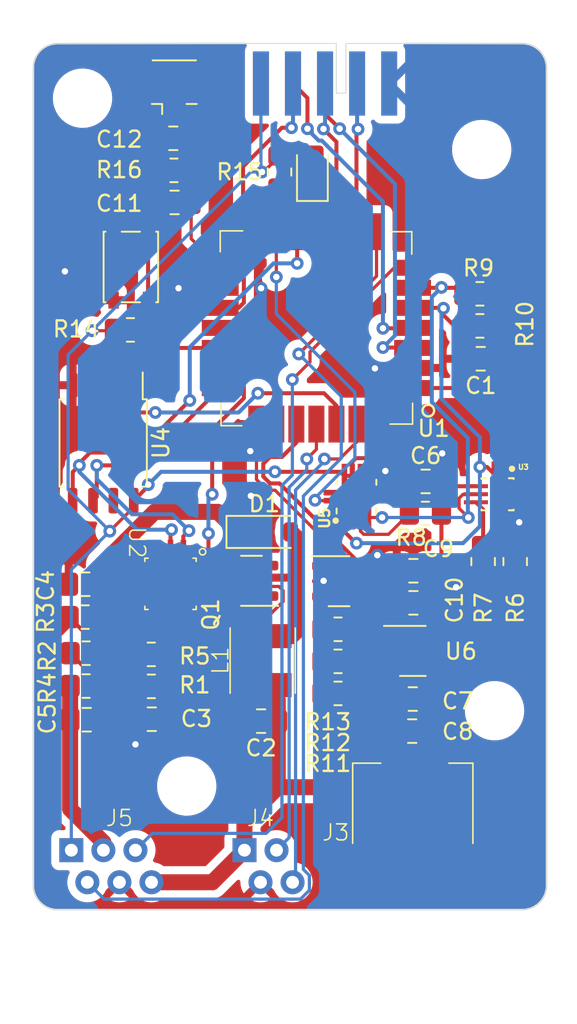
<source format=kicad_pcb>
(kicad_pcb (version 20221018) (generator pcbnew)
  (layers (0 "F.Cu" signal) (31 "B.Cu" signal) (34 "B.Paste" user) (35 "F.Paste" user) (36 "B.SilkS" user "B.Silkscreen") (37 "F.SilkS" user "F.Silkscreen") (38 "B.Mask" user) (39 "F.Mask" user) (44 "Edge.Cuts" user))
  (net 0 "")
  (net 1 "/3v3")
  (net 2 "GND")
  (net 3 "/V_BAT")
  (net 4 "Net-(C3-Pad1)")
  (net 5 "Net-(D1-K)")
  (net 6 "/SiPM_Bias")
  (net 7 "Net-(U5-C1)")
  (net 8 "/ANT")
  (net 9 "Net-(J2-In)")
  (net 10 "Net-(D1-A)")
  (net 11 "/Status_LED")
  (net 12 "Net-(D2-A)")
  (net 13 "/Stim_Enable")
  (net 14 "/Anneal_Enable")
  (net 15 "/SiPM_Temp")
  (net 16 "/SiPM_Signal")
  (net 19 "/SWDIO")
  (net 20 "/SWCLK")
  (net 22 "/USB_RX")
  (net 23 "/USB_TX")
  (net 24 "/RST")
  (net 25 "Net-(Q1-G)")
  (net 26 "/Battery_Monitor_Enable")
  (net 27 "Net-(Q2-D)")
  (net 28 "Net-(U2-COMP)")
  (net 29 "Net-(U2-DACOUT)")
  (net 30 "Net-(U2-FB)")
  (net 31 "Net-(U3-~{CS})")
  (net 32 "Net-(U3-SDO{slash}DNC{slash}SA0)")
  (net 33 "Net-(U5-CS_MAG)")
  (net 34 "/SCL")
  (net 35 "/SDA")
  (net 36 "Net-(R11-Pad2)")
  (net 37 "/Battery_Monitor")
  (net 38 "/MOSI")
  (net 39 "/ACCEL_INT")
  (net 41 "/SCK")
  (net 42 "/Memory_CS")
  (net 43 "/MISO")
  (net 44 "/Bias_CS")
  (footprint "Resistor_SMD:R_0805_2012Metric_Pad1.20x1.40mm_HandSolder" (layer "F.Cu") (at 61.45625 131.53125)
    (fp_text reference "R1")
    (fp_text value "4.02k")
  )
  (footprint "Resistor_SMD:R_0805_2012Metric_Pad1.20x1.40mm_HandSolder" (layer "F.Cu") (at 60.15 109.3 180)
    (fp_text reference "R14")
    (fp_text value "1k")
  )
  (footprint "Button_Switch_SMD:SW_SPST_PTS810" (layer "F.Cu") (at 60.175 105.375 -90)
    (fp_text reference "SW1" hide)
    (fp_text value "SW_Push")
  )
  (footprint "Resistor_SMD:R_0805_2012Metric_Pad1.20x1.40mm_HandSolder" (layer "F.Cu") (at 69.45 99.45 90)
    (fp_text reference "R15")
    (fp_text value "1k")
  )
  (footprint "Resistor_SMD:R_0805_2012Metric_Pad1.20x1.40mm_HandSolder" (layer "F.Cu") (at 82.15 123.75 -90)
    (fp_text reference "R7")
    (fp_text value "10k")
  )
  (footprint "Library:bmp390_handsolder" (layer "F.Cu") (at 83.05 119.55)
    (fp_text reference "U3")
    (fp_text value "BMP390L")
  )
  (footprint "Connector_Coaxial:U.FL_Hirose_U.FL-R-SMT-1_Vertical" (layer "F.Cu") (at 62.8875 94.325 90)
    (fp_text reference "J2" hide)
    (fp_text value "Conn_Coaxial")
  )
  (footprint "LoRa-E5:LoRa-E5" (layer "F.Cu") (at 71.75 109.175 180)
    (fp_text reference "U1")
    (fp_text value "LoRa-E5")
  )
  (footprint "Package_SO:SOIC-8_5.23x5.23mm_P1.27mm" (layer "F.Cu") (at 58.45 116.35 -90)
    (fp_text reference "U4")
    (fp_text value "W25Q32JVSS")
  )
  (footprint "Resistor_SMD:R_0805_2012Metric_Pad1.20x1.40mm_HandSolder" (layer "F.Cu") (at 57.3875 131.5125)
    (fp_text reference "R4")
    (fp_text value "205k")
  )
  (footprint "Capacitor_SMD:C_0805_2012Metric_Pad1.18x1.45mm_HandSolder" (layer "F.Cu") (at 77.8 126.32212 180)
    (fp_text reference "C10")
    (fp_text value "100n")
  )
  (footprint "Capacitor_SMD:C_0805_2012Metric_Pad1.18x1.45mm_HandSolder" (layer "F.Cu") (at 62.9 101.35 180)
    (fp_text reference "C11")
    (fp_text value "DNP")
  )
  (footprint "Library:MAX1932_handsolder" (layer "F.Cu") (at 62.65 125.1375 -90)
    (fp_text reference "U2")
    (fp_text value "MAX1932")
  )
  (footprint "Capacitor_SMD:C_0805_2012Metric_Pad1.18x1.45mm_HandSolder" (layer "F.Cu") (at 62.825 97.35)
    (fp_text reference "C12")
    (fp_text value "DNP")
  )
  (footprint "Resistor_SMD:R_0805_2012Metric_Pad1.20x1.40mm_HandSolder" (layer "F.Cu") (at 57.3875 129.4625 180)
    (fp_text reference "R2")
    (fp_text value "32.4k")
  )
  (footprint "Resistor_SMD:R_0805_2012Metric_Pad1.20x1.40mm_HandSolder" (layer "F.Cu") (at 81.95 109.05)
    (fp_text reference "R9")
    (fp_text value "4.7k")
  )
  (footprint "Capacitor_SMD:C_0805_2012Metric_Pad1.18x1.45mm_HandSolder" (layer "F.Cu") (at 57.3375 125.1625 180)
    (fp_text reference "C4")
    (fp_text value "0.01u")
  )
  (footprint "Library:SRN4026" (layer "F.Cu") (at 68.4 129.925 90)
    (fp_text reference "L1")
    (fp_text value "150uH")
  )
  (footprint "Resistor_SMD:R_0805_2012Metric_Pad1.20x1.40mm_HandSolder" (layer "F.Cu") (at 84.15 123.75 -90)
    (fp_text reference "R6")
    (fp_text value "10k")
  )
  (footprint "Resistor_SMD:R_0805_2012Metric_Pad1.20x1.40mm_HandSolder" (layer "F.Cu") (at 61.45 129.5375)
    (fp_text reference "R5")
    (fp_text value "10k")
  )
  (footprint "Resistor_SMD:R_0805_2012Metric_Pad1.20x1.40mm_HandSolder" (layer "F.Cu") (at 73.1 129.97212)
    (fp_text reference "R12")
    (fp_text value "10k")
  )
  (footprint "Library:STLINK-V3MINIE" (layer "F.Cu") (at 72.29 93.935)
    (fp_text reference "J8" hide)
    (fp_text value "Conn_02x05_Top_Bottom" hide)
    (fp_line (start 0.7 -2.5) (end -5 -2.5) (stroke (width 0.05)) (layer "Edge.Cuts"))
    (fp_line (start 0.7 0.6) (end 0.7 -2.5) (stroke (width 0.05)) (layer "Edge.Cuts"))
    (fp_line (start 1.3 -2.5) (end 1.3 0.6) (stroke (width 0.05)) (layer "Edge.Cuts"))
    (fp_line (start 1.3 -2.5) (end 5 -2.5) (stroke (width 0.05)) (layer "Edge.Cuts"))
    (fp_line (start 1.3 0.6) (end 0.7 0.6) (stroke (width 0.05)) (layer "Edge.Cuts"))
  )
  (footprint "Library:lsm303_handsolder" (layer "F.Cu") (at 74.25 119.7 90)
    (fp_text reference "U5")
    (fp_text value "LSM303AGR")
  )
  (footprint "Capacitor_SMD:C_0805_2012Metric_Pad1.18x1.45mm_HandSolder" (layer "F.Cu") (at 77.7625 132.32212)
    (fp_text reference "C7")
    (fp_text value "10u")
  )
  (footprint "Library:SLW6S-1C7LF" (layer "F.Cu") (at 59.4625 142.75)
    (fp_text reference "J5")
    (fp_text value "Conn_01x06_Pin")
  )
  (footprint "Capacitor_SMD:C_0805_2012Metric_Pad1.18x1.45mm_HandSolder" (layer "F.Cu") (at 77.725 134.32212)
    (fp_text reference "C8")
    (fp_text value "100n")
  )
  (footprint "Library:SLW4S-1C7LF" (layer "F.Cu") (at 69.2625 142.75)
    (fp_text reference "J4")
    (fp_text value "Conn_01x04_Pin")
  )
  (footprint "Resistor_SMD:R_0805_2012Metric_Pad1.20x1.40mm_HandSolder" (layer "F.Cu") (at 73.1 127.97212 180)
    (fp_text reference "R13")
    (fp_text value "100")
  )
  (footprint "Package_TO_SOT_SMD:SOT-23-5" (layer "F.Cu") (at 77.7625 129.32212)
    (fp_text reference "U6")
    (fp_text value "AP2112K-3.3")
  )
  (footprint "MountingHole:MountingHole_3.2mm_M3_DIN965" (layer "F.Cu") (at 82.8625 133.05)
    (fp_text reference "H3" hide)
    (fp_text value "MountingHole")
  )
  (footprint "Capacitor_SMD:C_0805_2012Metric_Pad1.18x1.45mm_HandSolder" (layer "F.Cu") (at 68.3 133.7 180)
    (fp_text reference "C2")
    (fp_text value "4.7u")
  )
  (footprint "Capacitor_SMD:C_0805_2012Metric_Pad1.18x1.45mm_HandSolder" (layer "F.Cu") (at 78.5625 118.75)
    (fp_text reference "C6")
    (fp_text value "220n")
  )
  (footprint "Resistor_SMD:R_0805_2012Metric_Pad1.20x1.40mm_HandSolder" (layer "F.Cu") (at 57.325 127.2125 180)
    (fp_text reference "R3")
    (fp_text value "2.0k")
  )
  (footprint "Package_TO_SOT_SMD:SOT-23" (layer "F.Cu") (at 67.7 124.95 180)
    (fp_text reference "Q1")
    (fp_text value "BSS119")
  )
  (footprint "Capacitor_SMD:C_0805_2012Metric_Pad1.18x1.45mm_HandSolder" (layer "F.Cu") (at 82 111.1 180)
    (fp_text reference "C1")
    (fp_text value "4.7u")
  )
  (footprint "Library:JST-PH-RH-SM" (layer "F.Cu") (at 77.7625 137.82212)
    (fp_text reference "J3")
    (fp_text value "Conn_01x02_Pin")
  )
  (footprint "Capacitor_SMD:C_0805_2012Metric_Pad1.18x1.45mm_HandSolder" (layer "F.Cu") (at 57.425 133.6125)
    (fp_text reference "C5")
    (fp_text value "0.01u")
  )
  (footprint "Resistor_SMD:R_0805_2012Metric_Pad1.20x1.40mm_HandSolder" (layer "F.Cu") (at 78.55 120.75)
    (fp_text reference "R8")
    (fp_text value "10k")
  )
  (footprint "MountingHole:MountingHole_3.2mm_M3_DIN965" (layer "F.Cu") (at 63.6625 137.75)
    (fp_text reference "H4" hide)
    (fp_text value "MountingHole")
  )
  (footprint "MountingHole:MountingHole_3.2mm_M3_DIN965" (layer "F.Cu") (at 82.0625 98.05)
    (fp_text reference "H1" hide)
    (fp_text value "MountingHole")
  )
  (footprint "Resistor_SMD:R_0805_2012Metric_Pad1.20x1.40mm_HandSolder" (layer "F.Cu") (at 62.8625 99.35)
    (fp_text reference "R16")
    (fp_text value "0R")
  )
  (footprint "Capacitor_SMD:C_0805_2012Metric_Pad1.18x1.45mm_HandSolder" (layer "F.Cu") (at 77.8 124.32212 180)
    (fp_text reference "C9")
    (fp_text value "10u")
  )
  (footprint "Diode_SMD:D_SOD-123" (layer "F.Cu") (at 68.5 121.9)
    (fp_text reference "D1")
    (fp_text value "CDBW46-G")
  )
  (footprint "MountingHole:MountingHole_3.2mm_M3_DIN965" (layer "F.Cu") (at 57.1625 94.85)
    (fp_text reference "H2" hide)
    (fp_text value "MountingHole")
  )
  (footprint "Resistor_SMD:R_0805_2012Metric_Pad1.20x1.40mm_HandSolder" (layer "F.Cu") (at 73.1 131.97212 180)
    (fp_text reference "R11")
    (fp_text value "10k")
  )
  (footprint "LED_SMD:LED_0805_2012Metric_Pad1.15x1.40mm_HandSolder" (layer "F.Cu") (at 71.5 99.4 90)
    (fp_text reference "D2" hide)
    (fp_text value "LED")
  )
  (footprint "Resistor_SMD:R_0805_2012Metric_Pad1.20x1.40mm_HandSolder" (layer "F.Cu") (at 81.95 107.05)
    (fp_text reference "R10")
    (fp_text value "4.7k")
  )
  (footprint "Package_TO_SOT_SMD:SOT-23" (layer "F.Cu") (at 73.1625 124.97212)
    (fp_text reference "Q2" hide)
    (fp_text value "BSS119")
  )
  (footprint "Capacitor_SMD:C_0805_2012Metric_Pad1.18x1.45mm_HandSolder" (layer "F.Cu") (at 61.48125 133.58125 180)
    (fp_text reference "C3")
    (fp_text value "1u")
  )
  (gr_line (start 86.1 92.95) (end 86.100001 143.950001) (stroke (width 0.1)) (layer "Edge.Cuts"))
  (gr_arc (start 54.1 92.95) (mid 54.53934 91.88934) (end 55.6 91.45) (stroke (width 0.1)) (layer "Edge.Cuts"))
  (gr_line (start 54.1 143.95) (end 54.1 92.95) (stroke (width 0.1)) (layer "Edge.Cuts"))
  (gr_arc (start 55.6 145.45) (mid 54.53934 145.01066) (end 54.1 143.95) (stroke (width 0.1)) (layer "Edge.Cuts"))
  (gr_line (start 55.6 145.45) (end 84.600001 145.450001) (stroke (width 0.1)) (layer "Edge.Cuts"))
  (gr_line (start 67.29 91.435) (end 55.6 91.45) (stroke (width 0.1)) (layer "Edge.Cuts"))
  (gr_line (start 77.29 91.435) (end 84.6 91.45) (stroke (width 0.1)) (layer "Edge.Cuts"))
  (gr_arc (start 84.6 91.45) (mid 85.66066 91.88934) (end 86.1 92.95) (stroke (width 0.1)) (layer "Edge.Cuts"))
  (gr_arc (start 86.100001 143.950001) (mid 85.660661 145.010661) (end 84.600001 145.450001) (stroke (width 0.1)) (layer "Edge.Cuts"))
  (segment (start 68.45 99.45) (end 69.45 98.45) (width 0.2) (layer "F.Cu") (net 1))
  (segment (start 73.5 118.4) (end 73.25 118.15) (width 0.25) (layer "F.Cu") (net 1))
  (segment (start 60.355 120.3575) (end 60.355 119.95) (width 0.2) (layer "F.Cu") (net 1))
  (segment (start 78.8375 128.30962) (end 78.9 128.37212) (width 0.25) (layer "F.Cu") (net 1))
  (segment (start 78.6875 118.0375) (end 78.6875 119.8875) (width 0.25) (layer "F.Cu") (net 1))
  (segment (start 78.6875 119.8875) (end 79.55 120.75) (width 0.25) (layer "F.Cu") (net 1))
  (segment (start 77.75 117.3) (end 77.95 117.3) (width 0.25) (layer "F.Cu") (net 1))
  (segment (start 82.95 107.05) (end 82.95 109.05) (width 0.25) (layer "F.Cu") (net 1))
  (segment (start 61.2625 119.0425) (end 60.355 119.95) (width 0.25) (layer "F.Cu") (net 1))
  (segment (start 84.4 119.05) (end 85.199264 119.05) (width 0.2) (layer "F.Cu") (net 1))
  (segment (start 73.9875 117.52788) (end 74.21538 117.3) (width 0.25) (layer "F.Cu") (net 1))
  (segment (start 61.2625 118.95) (end 61.2625 119.0425) (width 0.25) (layer "F.Cu") (net 1))
  (segment (start 78.8375 124.32212) (end 79.55 124.32212) (width 0.25) (layer "F.Cu") (net 1))
  (segment (start 82.15 124.75) (end 84.15 124.75) (width 0.25) (layer "F.Cu") (net 1))
  (segment (start 77.75 112.925) (end 77.75 117.3) (width 0.25) (layer "F.Cu") (net 1))
  (segment (start 78.8375 124.32212) (end 78.8375 126.32212) (width 0.25) (layer "F.Cu") (net 1))
  (segment (start 85.199264 119.05) (end 85.45 119.300736) (width 0.2) (layer "F.Cu") (net 1))
  (segment (start 85.45 119.300736) (end 85.45 123.45) (width 0.2) (layer "F.Cu") (net 1))
  (segment (start 82.95 109.05) (end 82.95 111.0125) (width 0.25) (layer "F.Cu") (net 1))
  (segment (start 79.55 124.32212) (end 81.72212 124.32212) (width 0.25) (layer "F.Cu") (net 1))
  (segment (start 74.21538 117.3) (end 77.75 117.3) (width 0.25) (layer "F.Cu") (net 1))
  (segment (start 73.9875 118.4) (end 73.9875 117.52788) (width 0.25) (layer "F.Cu") (net 1))
  (segment (start 73.5 118.4) (end 73.9875 118.4) (width 0.25) (layer "F.Cu") (net 1))
  (segment (start 81.72212 124.32212) (end 82.15 124.75) (width 0.25) (layer "F.Cu") (net 1))
  (segment (start 83.0375 111.1) (end 81.2125 112.925) (width 0.25) (layer "F.Cu") (net 1))
  (segment (start 73.25 118.15) (end 69.1625 118.15) (width 0.25) (layer "F.Cu") (net 1))
  (segment (start 84.4 119.05) (end 84.1 119.05) (width 0.2) (layer "F.Cu") (net 1))
  (segment (start 59.1 109.35) (end 59.15 109.3) (width 0.2) (layer "F.Cu") (net 1))
  (segment (start 84.1 119.05) (end 83.3 118.25) (width 0.2) (layer "F.Cu") (net 1))
  (segment (start 78.8375 126.32212) (end 78.8375 128.30962) (width 0.25) (layer "F.Cu") (net 1))
  (segment (start 77.95 117.3) (end 78.6875 118.0375) (width 0.25) (layer "F.Cu") (net 1))
  (segment (start 85.45 123.45) (end 84.15 124.75) (width 0.2) (layer "F.Cu") (net 1))
  (segment (start 68.3625 99.45) (end 68.45 99.45) (width 0.2) (layer "F.Cu") (net 1))
  (segment (start 57.7625 109.35) (end 59.1 109.35) (width 0.2) (layer "F.Cu") (net 1))
  (segment (start 58.8625 121.85) (end 60.355 120.3575) (width 0.2) (layer "F.Cu") (net 1))
  (segment (start 82.95 111.0125) (end 83.0375 111.1) (width 0.25) (layer "F.Cu") (net 1))
  (segment (start 79.55 120.75) (end 79.55 124.32212) (width 0.25) (layer "F.Cu") (net 1))
  (segment (start 81.2125 112.925) (end 77.75 112.925) (width 0.25) (layer "F.Cu") (net 1))
  (via (at 68.3625 99.45) (size 0.8) (drill 0.4) (layers "F.Cu" "B.Cu") (net 1))
  (via (at 69.1625 118.15) (size 0.8) (drill 0.4) (layers "F.Cu" "B.Cu") (net 1))
  (via (at 57.7625 109.35) (size 0.8) (drill 0.4) (layers "F.Cu" "B.Cu") (net 1))
  (via (at 58.8625 121.85) (size 0.8) (drill 0.4) (layers "F.Cu" "B.Cu") (net 1))
  (via (at 61.2625 118.95) (size 0.8) (drill 0.4) (layers "F.Cu" "B.Cu") (net 1))
  (segment (start 67.6625 99.45) (end 68.3625 99.45) (width 0.2) (layer "B.Cu") (net 1))
  (segment (start 56.4625 124.25) (end 56.4625 141.75) (width 0.2) (layer "B.Cu") (net 1))
  (segment (start 62.0625 118.15) (end 61.2625 118.95) (width 0.25) (layer "B.Cu") (net 1))
  (segment (start 58.8625 121.85) (end 56.2625 119.25) (width 0.2) (layer "B.Cu") (net 1))
  (segment (start 57.7625 109.35) (end 67.6625 99.45) (width 0.2) (layer "B.Cu") (net 1))
  (segment (start 68.29 93.935) (end 68.29 99.3775) (width 0.2) (layer "B.Cu") (net 1))
  (segment (start 56.2625 119.25) (end 56.2625 110.85) (width 0.2) (layer "B.Cu") (net 1))
  (segment (start 58.8625 121.85) (end 56.4625 124.25) (width 0.2) (layer "B.Cu") (net 1))
  (segment (start 69.1625 118.15) (end 62.0625 118.15) (width 0.25) (layer "B.Cu") (net 1))
  (segment (start 68.29 99.3775) (end 68.3625 99.45) (width 0.2) (layer "B.Cu") (net 1))
  (segment (start 56.2625 110.85) (end 57.7625 109.35) (width 0.2) (layer "B.Cu") (net 1))
  (segment (start 84.4 119.55) (end 84.4 120.05) (width 0.25) (layer "F.Cu") (net 2))
  (segment (start 63.45 125.9375) (end 63.45 127.1375) (width 0.25) (layer "F.Cu") (net 2))
  (segment (start 75.55 119.45) (end 74.700736 119.45) (width 0.2) (layer "F.Cu") (net 2))
  (segment (start 79.9 119.05) (end 79.6 118.75) (width 0.25) (layer "F.Cu") (net 2))
  (segment (start 60.44375 133.58125) (end 60.44375 133.54375) (width 0.25) (layer "F.Cu") (net 2))
  (segment (start 84.4 120.05) (end 84.4 121) (width 0.25) (layer "F.Cu") (net 2))
  (segment (start 76.05 118.1) (end 76.05 118.95) (width 0.25) (layer "F.Cu") (net 2))
  (segment (start 74.700736 119.45) (end 74.5 119.249264) (width 0.2) (layer "F.Cu") (net 2))
  (segment (start 81.7 119.05) (end 79.9 119.05) (width 0.25) (layer "F.Cu") (net 2))
  (segment (start 74.5 119.249264) (end 74.5 118.4) (width 0.2) (layer "F.Cu") (net 2))
  (segment (start 76.05 118.95) (end 75.55 119.45) (width 0.25) (layer "F.Cu") (net 2))
  (segment (start 76.7625 124.32212) (end 76.7625 126.32212) (width 0.25) (layer "F.Cu") (net 2))
  (segment (start 62.65 125.1375) (end 63.45 125.9375) (width 0.25) (layer "F.Cu") (net 2))
  (via (at 56.0625 105.65) (size 0.8) (drill 0.4) (layers "F.Cu" "B.Cu") (net 2))
  (via (at 80.4625 125.35) (size 0.8) (drill 0.4) (layers "F.Cu" "B.Cu") (net 2))
  (via (at 75.4 111.7) (size 0.8) (drill 0.4) (layers "F.Cu" "B.Cu") (net 2))
  (via (at 67.6625 119.65) (size 0.8) (drill 0.4) (layers "F.Cu" "B.Cu") (net 2))
  (via (at 68.3 106.7) (size 0.8) (drill 0.4) (layers "F.Cu" "B.Cu") (net 2))
  (via (at 60.4625 135.15) (size 0.8) (drill 0.4) (layers "F.Cu" "B.Cu") (net 2))
  (via (at 75.55 123.35) (size 0.8) (drill 0.4) (layers "F.Cu" "B.Cu") (net 2))
  (via (at 72.2 124.95) (size 0.8) (drill 0.4) (layers "F.Cu" "B.Cu") (net 2))
  (via (at 63.15 106.7) (size 0.8) (drill 0.4) (layers "F.Cu" "B.Cu") (net 2))
  (via (at 76.05 118.1) (size 0.8) (drill 0.4) (layers "F.Cu" "B.Cu") (net 2))
  (via (at 67.624258 116.860856) (size 0.8) (drill 0.4) (layers "F.Cu" "B.Cu") (net 2))
  (via (at 79.6 117) (size 0.8) (drill 0.4) (layers "F.Cu" "B.Cu") (net 2))
  (via (at 84.4 121.3) (size 0.8) (drill 0.4) (layers "F.Cu" "B.Cu") (net 2))
  (segment (start 69.3375 133.7) (end 69.3375 132.3875) (width 1) (layer "F.Cu") (net 3))
  (segment (start 65.201104 125.1375) (end 65.627208 125.563604) (width 0.2) (layer "F.Cu") (net 3))
  (segment (start 76.17212 130.27212) (end 76.625 130.27212) (width 0.25) (layer "F.Cu") (net 3))
  (segment (start 75.6375 128.69712) (end 75.6375 129.7375) (width 0.25) (layer "F.Cu") (net 3))
  (segment (start 74.1 131.97212) (end 76.375 131.97212) (width 0.25) (layer "F.Cu") (net 3))
  (segment (start 69.3375 137.80962) (end 69.35 137.82212) (width 1) (layer "F.Cu") (net 3))
  (segment (start 66.475736 127.35) (end 66.3 127.525736) (width 0.2) (layer "F.Cu") (net 3))
  (segment (start 76.625 128.37212) (end 75.9625 128.37212) (width 0.25) (layer "F.Cu") (net 3))
  (segment (start 69.675 125.563604) (end 69.675 126.236396) (width 0.2) (layer "F.Cu") (net 3))
  (segment (start 65.627208 125.563604) (end 67.6 125.563604) (width 0.2) (layer "F.Cu") (net 3))
  (segment (start 76.6875 137.74712) (end 76.7625 137.82212) (width 0.25) (layer "F.Cu") (net 3))
  (segment (start 64.65 125.1375) (end 65.201104 125.1375) (width 0.2) (layer "F.Cu") (net 3))
  (segment (start 75.9625 128.37212) (end 75.6375 128.69712) (width 0.25) (layer "F.Cu") (net 3))
  (segment (start 69.3375 132.3875) (end 68.4 131.45) (width 1) (layer "F.Cu") (net 3))
  (segment (start 66.3 129.35) (end 68.4 131.45) (width 0.2) (layer "F.Cu") (net 3))
  (segment (start 76.625 130.27212) (end 76.625 132.22212) (width 0.25) (layer "F.Cu") (net 3))
  (segment (start 69.675 126.236396) (end 68.561396 127.35) (width 0.2) (layer "F.Cu") (net 3))
  (segment (start 76.7625 137.82212) (end 69.35 137.82212) (width 1) (layer "F.Cu") (net 3))
  (segment (start 67.863604 125.3) (end 69.411396 125.3) (width 0.2) (layer "F.Cu") (net 3))
  (segment (start 69.411396 125.3) (end 69.675 125.563604) (width 0.2) (layer "F.Cu") (net 3))
  (segment (start 76.625 132.22212) (end 76.725 132.32212) (width 0.25) (layer "F.Cu") (net 3))
  (segment (start 75.6375 129.7375) (end 76.17212 130.27212) (width 0.25) (layer "F.Cu") (net 3))
  (segment (start 68.561396 127.35) (end 66.475736 127.35) (width 0.2) (layer "F.Cu") (net 3))
  (segment (start 67.2625 141.75) (end 67.2625 139.90962) (width 1) (layer "F.Cu") (net 3))
  (segment (start 61.4625 143.75) (end 65.2625 143.75) (width 1) (layer "F.Cu") (net 3))
  (segment (start 69.3375 133.7) (end 69.3375 137.80962) (width 1) (layer "F.Cu") (net 3))
  (segment (start 76.725 132.32212) (end 76.725 134.28462) (width 0.25) (layer "F.Cu") (net 3))
  (segment (start 76.6875 134.32212) (end 76.6875 137.74712) (width 0.25) (layer "F.Cu") (net 3))
  (segment (start 76.725 134.28462) (end 76.6875 134.32212) (width 0.25) (layer "F.Cu") (net 3))
  (segment (start 67.6 125.563604) (end 67.863604 125.3) (width 0.2) (layer "F.Cu") (net 3))
  (segment (start 66.3 127.525736) (end 66.3 129.35) (width 0.2) (layer "F.Cu") (net 3))
  (segment (start 76.375 131.97212) (end 76.725 132.32212) (width 0.25) (layer "F.Cu") (net 3))
  (segment (start 67.2625 139.90962) (end 69.35 137.82212) (width 1) (layer "F.Cu") (net 3))
  (segment (start 65.2625 143.75) (end 67.2625 141.75) (width 1) (layer "F.Cu") (net 3))
  (segment (start 60.46875 131.53125) (end 62.51875 133.58125) (width 0.25) (layer "F.Cu") (net 4))
  (segment (start 60.45625 131.53125) (end 60.46875 131.53125) (width 0.25) (layer "F.Cu") (net 4))
  (segment (start 58.375 125.1625) (end 58.375 127.1625) (width 1) (layer "F.Cu") (net 5))
  (segment (start 65.6 120.65) (end 66.85 121.9) (width 1) (layer "F.Cu") (net 5))
  (segment (start 58.375 123.932082) (end 59.303541 123.003541) (width 1) (layer "F.Cu") (net 5))
  (segment (start 59.316041 123.003541) (end 59.303541 123.003541) (width 0.2) (layer "F.Cu") (net 5))
  (segment (start 59.85 122.457082) (end 59.85 122.45) (width 1) (layer "F.Cu") (net 5))
  (segment (start 59.85 122.45) (end 59.857082 122.45) (width 1) (layer "F.Cu") (net 5))
  (segment (start 58.375 127.1625) (end 58.325 127.2125) (width 1) (layer "F.Cu") (net 5))
  (segment (start 60.65 124.3375) (end 59.316041 123.003541) (width 0.2) (layer "F.Cu") (net 5))
  (segment (start 59.303541 123.003541) (end 59.85 122.457082) (width 1) (layer "F.Cu") (net 5))
  (segment (start 59.857082 122.45) (end 61.657082 120.65) (width 1) (layer "F.Cu") (net 5))
  (segment (start 58.375 125.1625) (end 58.375 123.932082) (width 1) (layer "F.Cu") (net 5))
  (segment (start 61.657082 120.65) (end 65.6 120.65) (width 1) (layer "F.Cu") (net 5))
  (segment (start 60.65 125.1375) (end 60.06538 125.1375) (width 0.25) (layer "F.Cu") (net 6))
  (segment (start 60.06538 125.1375) (end 59.25 125.95288) (width 0.25) (layer "F.Cu") (net 6))
  (segment (start 58.976104 128.2375) (end 57.35 128.2375) (width 0.25) (layer "F.Cu") (net 6))
  (segment (start 55.0875 130.8125) (end 55.0875 128.45) (width 1) (layer "F.Cu") (net 6))
  (segment (start 55.7875 131.5125) (end 55.0875 130.8125) (width 1) (layer "F.Cu") (net 6))
  (segment (start 56.3875 139.18505) (end 58.4625 141.26005) (width 1) (layer "F.Cu") (net 6))
  (segment (start 57.35 128.2375) (end 56.325 127.2125) (width 0.25) (layer "F.Cu") (net 6))
  (segment (start 58.4625 141.26005) (end 58.4625 141.75) (width 1) (layer "F.Cu") (net 6))
  (segment (start 56.3875 131.5125) (end 55.7875 131.5125) (width 1) (layer "F.Cu") (net 6))
  (segment (start 59.25 127.963604) (end 58.976104 128.2375) (width 0.25) (layer "F.Cu") (net 6))
  (segment (start 56.3875 133.6125) (end 56.3875 131.5125) (width 1) (layer "F.Cu") (net 6))
  (segment (start 55.0875 128.45) (end 56.325 127.2125) (width 1) (layer "F.Cu") (net 6))
  (segment (start 56.3875 133.6125) (end 56.3875 139.18505) (width 1) (layer "F.Cu") (net 6))
  (segment (start 59.25 125.95288) (end 59.25 127.963604) (width 0.25) (layer "F.Cu") (net 6))
  (segment (start 76.43462 119.95) (end 77.525 118.85962) (width 0.25) (layer "F.Cu") (net 7))
  (segment (start 77.525 118.85962) (end 77.525 118.75) (width 0.25) (layer "F.Cu") (net 7))
  (segment (start 75.55 119.95) (end 76.43462 119.95) (width 0.25) (layer "F.Cu") (net 7))
  (segment (start 63.8625 99.35) (end 63.8625 101.275) (width 0.25) (layer "F.Cu") (net 8))
  (segment (start 65.75 105.425) (end 63.9375 103.6125) (width 0.2) (layer "F.Cu") (net 8))
  (segment (start 63.9375 103.6125) (end 63.9375 101.35) (width 0.2) (layer "F.Cu") (net 8))
  (segment (start 63.9375 101.35) (end 64.395 101.35) (width 0.25) (layer "F.Cu") (net 8))
  (segment (start 63.8625 101.275) (end 63.9375 101.35) (width 0.25) (layer "F.Cu") (net 8))
  (segment (start 62.8875 95.375) (end 62.8875 96.25) (width 0.25) (layer "F.Cu") (net 9))
  (segment (start 61.7875 99.275) (end 61.8625 99.35) (width 0.25) (layer "F.Cu") (net 9))
  (segment (start 61.7875 97.35) (end 61.7875 99.275) (width 0.25) (layer "F.Cu") (net 9))
  (segment (start 62.8875 96.25) (end 61.7875 97.35) (width 0.25) (layer "F.Cu") (net 9))
  (segment (start 66.7625 124.95) (end 66.9625 124.75) (width 0.5) (layer "F.Cu") (net 10))
  (segment (start 66.9625 124.75) (end 70.475 124.75) (width 0.5) (layer "F.Cu") (net 10))
  (segment (start 70.475 124.75) (end 70.475 128.125) (width 1) (layer "F.Cu") (net 10))
  (segment (start 70.475 122.225) (end 70.475 124.75) (width 1) (layer "F.Cu") (net 10))
  (segment (start 70.475 128.125) (end 70.2 128.4) (width 1) (layer "F.Cu") (net 10))
  (segment (start 70.2 128.4) (end 68.4 128.4) (width 1) (layer "F.Cu") (net 10))
  (segment (start 70.15 121.9) (end 70.475 122.225) (width 1) (layer "F.Cu") (net 10))
  (segment (start 71.5 100.425) (end 71.5 102.925) (width 0.25) (layer "F.Cu") (net 11))
  (segment (start 71.5 102.925) (end 71.75 103.175) (width 0.25) (layer "F.Cu") (net 11))
  (segment (start 71.5 98.375) (end 71.5 98.4) (width 0.25) (layer "F.Cu") (net 12))
  (segment (start 71.5 98.4) (end 69.45 100.45) (width 0.25) (layer "F.Cu") (net 12))
  (segment (start 71.75 116.75) (end 71.15 117.35) (width 0.2) (layer "F.Cu") (net 13))
  (segment (start 71.75 115.175) (end 71.75 116.75) (width 0.2) (layer "F.Cu") (net 13))
  (via (at 71.15 117.35) (size 0.8) (drill 0.4) (layers "F.Cu" "B.Cu") (net 13))
  (segment (start 69.2625 141.75) (end 70.05 140.9625) (width 0.2) (layer "B.Cu") (net 13))
  (segment (start 71.15 118.018629) (end 71.15 117.35) (width 0.2) (layer "B.Cu") (net 13))
  (segment (start 70.05 140.9625) (end 70.05 119.118629) (width 0.2) (layer "B.Cu") (net 13))
  (segment (start 70.05 119.118629) (end 71.15 118.018629) (width 0.2) (layer "B.Cu") (net 13))
  (segment (start 74.25 116.300736) (end 73.200736 117.35) (width 0.2) (layer "F.Cu") (net 14))
  (segment (start 74.25 115.175) (end 74.25 116.300736) (width 0.2) (layer "F.Cu") (net 14))
  (segment (start 73.200736 117.35) (end 72.25 117.35) (width 0.2) (layer "F.Cu") (net 14))
  (via (at 72.25 117.35) (size 0.8) (drill 0.4) (layers "F.Cu" "B.Cu") (net 14))
  (segment (start 70.2625 143.75) (end 70.45 143.5625) (width 0.2) (layer "B.Cu") (net 14))
  (segment (start 72.25 117.484314) (end 70.45 119.284314) (width 0.2) (layer "B.Cu") (net 14))
  (segment (start 70.45 143.5625) (end 70.45 119.284314) (width 0.2) (layer "B.Cu") (net 14))
  (segment (start 72.25 117.35) (end 72.25 117.484314) (width 0.2) (layer "B.Cu") (net 14))
  (segment (start 75.5 103.175) (end 75.5 105.95) (width 0.2) (layer "F.Cu") (net 15))
  (segment (start 75.5 105.95) (end 70.65 110.8) (width 0.2) (layer "F.Cu") (net 15))
  (via (at 70.65 110.8) (size 0.8) (drill 0.4) (layers "F.Cu" "B.Cu") (net 15))
  (segment (start 71.3125 143.321744) (end 71.3125 144.25) (width 0.2) (layer "B.Cu") (net 15))
  (segment (start 58.5125 144.8) (end 70.0625 144.8) (width 0.2) (layer "B.Cu") (net 15))
  (segment (start 73.3 113.45) (end 70.65 110.8) (width 0.2) (layer "B.Cu") (net 15))
  (segment (start 70.93758 142.946824) (end 71.3125 143.321744) (width 0.2) (layer "B.Cu") (net 15))
  (segment (start 73.3 117.3) (end 73.3 113.45) (width 0.2) (layer "B.Cu") (net 15))
  (segment (start 70.93758 119.66242) (end 70.93758 142.946824) (width 0.2) (layer "B.Cu") (net 15))
  (segment (start 57.4625 143.75) (end 58.5125 144.8) (width 0.2) (layer "B.Cu") (net 15))
  (segment (start 70.7625 144.8) (end 70.0625 144.8) (width 0.2) (layer "B.Cu") (net 15))
  (segment (start 71.3125 144.25) (end 70.7625 144.8) (width 0.2) (layer "B.Cu") (net 15))
  (segment (start 70.93758 119.66242) (end 73.3 117.3) (width 0.2) (layer "B.Cu") (net 15))
  (segment (start 77.75 105.425) (end 76.6 105.425) (width 0.2) (layer "F.Cu") (net 16))
  (segment (start 71.35 110.675) (end 71.35 111.3) (width 0.2) (layer "F.Cu") (net 16))
  (segment (start 71.35 111.3) (end 70.25 112.4) (width 0.2) (layer "F.Cu") (net 16))
  (segment (start 76.6 105.425) (end 71.35 110.675) (width 0.2) (layer "F.Cu") (net 16))
  (via (at 70.25 112.4) (size 0.8) (drill 0.4) (layers "F.Cu" "B.Cu") (net 16))
  (segment (start 69.6 137.95) (end 69.6 119.002943) (width 0.2) (layer "B.Cu") (net 16))
  (segment (start 69.6 138.1) (end 69.6 137.95) (width 0.2) (layer "B.Cu") (net 16))
  (segment (start 69.6 139.7125) (end 69.6 137.95) (width 0.2) (layer "B.Cu") (net 16))
  (segment (start 61.5125 140.7) (end 68.6125 140.7) (width 0.2) (layer "B.Cu") (net 16))
  (segment (start 70.25 112.4) (end 70.25 118.352943) (width 0.2) (layer "B.Cu") (net 16))
  (segment (start 68.6125 140.7) (end 69.6 139.7125) (width 0.2) (layer "B.Cu") (net 16))
  (segment (start 60.4625 141.75) (end 61.5125 140.7) (width 0.2) (layer "B.Cu") (net 16))
  (segment (start 69.6 119.002943) (end 70.25 118.352943) (width 0.2) (layer "B.Cu") (net 16))
  (segment (start 75.9 110.4) (end 77.725 110.4) (width 0.25) (layer "F.Cu") (net 19))
  (segment (start 77.725 110.4) (end 77.75 110.425) (width 0.25) (layer "F.Cu") (net 19))
  (segment (start 72.29 93.935) (end 72.29 95.84) (width 0.25) (layer "F.Cu") (net 19))
  (segment (start 72.29 95.84) (end 73.2 96.75) (width 0.25) (layer "F.Cu") (net 19))
  (via (at 73.2 96.75) (size 0.8) (drill 0.4) (layers "F.Cu" "B.Cu") (net 19))
  (via (at 75.9 110.4) (size 0.8) (drill 0.4) (layers "F.Cu" "B.Cu") (net 19))
  (segment (start 76.65 100.2) (end 76.65 107.45) (width 0.25) (layer "B.Cu") (net 19))
  (segment (start 76.65 107.45) (end 76.65 109.65) (width 0.25) (layer "B.Cu") (net 19))
  (segment (start 76.65 109.65) (end 75.9 110.4) (width 0.25) (layer "B.Cu") (net 19))
  (segment (start 73.2 96.75) (end 76.65 100.2) (width 0.25) (layer "B.Cu") (net 19))
  (segment (start 75.9 109.2) (end 77.725 109.2) (width 0.25) (layer "F.Cu") (net 20))
  (segment (start 71.192111 94.837111) (end 71.192111 96.751456) (width 0.25) (layer "F.Cu") (net 20))
  (segment (start 70.29 93.935) (end 71.192111 94.837111) (width 0.25) (layer "F.Cu") (net 20))
  (segment (start 77.725 109.2) (end 77.75 109.175) (width 0.25) (layer "F.Cu") (net 20))
  (via (at 71.192111 96.751456) (size 0.8) (drill 0.4) (layers "F.Cu" "B.Cu") (net 20))
  (via (at 75.9 109.2) (size 0.8) (drill 0.4) (layers "F.Cu" "B.Cu") (net 20))
  (segment (start 75.9 109.2) (end 75.9 101.303267) (width 0.25) (layer "B.Cu") (net 20))
  (segment (start 72.089027 97.492294) (end 71.891683 97.492294) (width 0.25) (layer "B.Cu") (net 20))
  (segment (start 71.466988 97.067599) (end 71.466988 96.870255) (width 0.25) (layer "B.Cu") (net 20))
  (segment (start 71.466988 96.870255) (end 71.348189 96.751456) (width 0.25) (layer "B.Cu") (net 20))
  (segment (start 71.348189 96.751456) (end 71.192111 96.751456) (width 0.25) (layer "B.Cu") (net 20))
  (segment (start 71.891683 97.492294) (end 71.466988 97.067599) (width 0.25) (layer "B.Cu") (net 20))
  (segment (start 75.9 101.303267) (end 72.089027 97.492294) (width 0.25) (layer "B.Cu") (net 20))
  (segment (start 74.25 103.175) (end 74.25 96.874765) (width 0.25) (layer "F.Cu") (net 22))
  (segment (start 74.25 96.874765) (end 74.346971 96.777794) (width 0.25) (layer "F.Cu") (net 22))
  (via (at 74.346971 96.777794) (size 0.8) (drill 0.4) (layers "F.Cu" "B.Cu") (net 22))
  (segment (start 74.29 93.935) (end 74.29 96.720823) (width 0.25) (layer "B.Cu") (net 22))
  (segment (start 74.29 96.720823) (end 74.346971 96.777794) (width 0.25) (layer "B.Cu") (net 22))
  (segment (start 73 97.575306) (end 72.191988 96.767294) (width 0.25) (layer "F.Cu") (net 23))
  (segment (start 73 103.175) (end 73 97.575306) (width 0.25) (layer "F.Cu") (net 23))
  (via (at 72.191988 96.767294) (size 0.8) (drill 0.4) (layers "F.Cu" "B.Cu") (net 23))
  (segment (start 72.29 93.935) (end 72.29 96.669282) (width 0.25) (layer "B.Cu") (net 23))
  (segment (start 72.29 96.669282) (end 72.191988 96.767294) (width 0.25) (layer "B.Cu") (net 23))
  (segment (start 67.175 99.111826) (end 69.595686 96.69114) (width 0.25) (layer "F.Cu") (net 24))
  (segment (start 65.75 107.925) (end 66.9 107.925) (width 0.25) (layer "F.Cu") (net 24))
  (segment (start 69.595686 96.69114) (end 70.19393 96.69114) (width 0.25) (layer "F.Cu") (net 24))
  (segment (start 67.225 107.6) (end 67.225 104.525) (width 0.25) (layer "F.Cu") (net 24))
  (segment (start 61.25 103.3) (end 61.25 107.45) (width 0.25) (layer "F.Cu") (net 24))
  (segment (start 66.9 107.925) (end 67.225 107.6) (width 0.25) (layer "F.Cu") (net 24))
  (segment (start 67.175 104.475) (end 67.175 99.111826) (width 0.25) (layer "F.Cu") (net 24))
  (segment (start 61.25 109.2) (end 61.15 109.3) (width 0.25) (layer "F.Cu") (net 24))
  (segment (start 61.25 107.45) (end 61.25 109.2) (width 0.25) (layer "F.Cu") (net 24))
  (segment (start 61.725 107.925) (end 65.75 107.925) (width 0.25) (layer "F.Cu") (net 24))
  (segment (start 67.225 104.525) (end 67.175 104.475) (width 0.25) (layer "F.Cu") (net 24))
  (segment (start 61.25 107.45) (end 61.725 107.925) (width 0.25) (layer "F.Cu") (net 24))
  (via (at 70.19393 96.69114) (size 0.8) (drill 0.4) (layers "F.Cu" "B.Cu") (net 24))
  (segment (start 70.29 96.59507) (end 70.19393 96.69114) (width 0.25) (layer "B.Cu") (net 24))
  (segment (start 70.29 93.935) (end 70.29 96.59507) (width 0.25) (layer "B.Cu") (net 24))
  (segment (start 68.6375 125.9) (end 68.3375 126.2) (width 0.5) (layer "F.Cu") (net 25))
  (segment (start 68.3375 126.2) (end 64.9125 126.2) (width 0.5) (layer "F.Cu") (net 25))
  (segment (start 64.9125 126.2) (end 64.65 125.9375) (width 0.5) (layer "F.Cu") (net 25))
  (segment (start 69.25 116.225064) (end 69.25 115.175) (width 0.2) (layer "F.Cu") (net 26))
  (segment (start 72.225 124.02212) (end 72.225 122.349936) (width 0.2) (layer "F.Cu") (net 26))
  (segment (start 68.0125 117.462564) (end 69.25 116.225064) (width 0.2) (layer "F.Cu") (net 26))
  (segment (start 72.225 122.349936) (end 69.175064 119.3) (width 0.2) (layer "F.Cu") (net 26))
  (segment (start 68.686155 119.3) (end 68.0125 118.626345) (width 0.2) (layer "F.Cu") (net 26))
  (segment (start 68.0125 118.626345) (end 68.0125 117.462564) (width 0.2) (layer "F.Cu") (net 26))
  (segment (start 69.175064 119.3) (end 68.686155 119.3) (width 0.2) (layer "F.Cu") (net 26))
  (segment (start 73.175 129.04712) (end 73.175 126.42212) (width 0.25) (layer "F.Cu") (net 27))
  (segment (start 74.1 125.49712) (end 74.1 124.97212) (width 0.25) (layer "F.Cu") (net 27))
  (segment (start 74.1 129.97212) (end 73.175 129.04712) (width 0.25) (layer "F.Cu") (net 27))
  (segment (start 73.175 126.42212) (end 74.1 125.49712) (width 0.25) (layer "F.Cu") (net 27))
  (segment (start 61.525 128.84712) (end 61.525 130.6) (width 0.25) (layer "F.Cu") (net 28))
  (segment (start 62.65 127.1375) (end 62.65 127.72212) (width 0.25) (layer "F.Cu") (net 28))
  (segment (start 62.65 127.72212) (end 61.525 128.84712) (width 0.25) (layer "F.Cu") (net 28))
  (segment (start 61.525 130.6) (end 62.45625 131.53125) (width 0.25) (layer "F.Cu") (net 28))
  (segment (start 59.7 126.8875) (end 60.65 125.9375) (width 0.25) (layer "F.Cu") (net 29))
  (segment (start 58.3875 129.4625) (end 59.7 128.15) (width 0.25) (layer "F.Cu") (net 29))
  (segment (start 59.7 128.15) (end 59.7 126.8875) (width 0.25) (layer "F.Cu") (net 29))
  (segment (start 58.3875 131.5125) (end 58.3875 131.4625) (width 0.25) (layer "F.Cu") (net 30))
  (segment (start 58.475 131.5125) (end 58.3875 131.5125) (width 0.25) (layer "F.Cu") (net 30))
  (segment (start 61.85 127.1375) (end 60.45 128.5375) (width 0.25) (layer "F.Cu") (net 30))
  (segment (start 58.3875 131.4625) (end 56.3875 129.4625) (width 0.25) (layer "F.Cu") (net 30))
  (segment (start 60.45 128.5375) (end 60.45 129.5375) (width 0.25) (layer "F.Cu") (net 30))
  (segment (start 60.45 129.5375) (end 58.475 131.5125) (width 0.25) (layer "F.Cu") (net 30))
  (segment (start 82.8 120.85) (end 82.8 121.68462) (width 0.25) (layer "F.Cu") (net 31))
  (segment (start 82.8 121.68462) (end 83.86538 122.75) (width 0.25) (layer "F.Cu") (net 31))
  (segment (start 83.86538 122.75) (end 84.15 122.75) (width 0.25) (layer "F.Cu") (net 31))
  (segment (start 82.15 120.5) (end 82.15 122.75) (width 0.25) (layer "F.Cu") (net 32))
  (segment (start 81.7 120.05) (end 82.15 120.5) (width 0.25) (layer "F.Cu") (net 32))
  (segment (start 74.5 121) (end 74.5 121.849264) (width 0.2) (layer "F.Cu") (net 33))
  (segment (start 74.5 121.849264) (end 74.700736 122.05) (width 0.2) (layer "F.Cu") (net 33))
  (segment (start 74 121) (end 74.5 121) (width 0.2) (layer "F.Cu") (net 33))
  (segment (start 74.700736 122.05) (end 76.25 122.05) (width 0.2) (layer "F.Cu") (net 33))
  (segment (start 76.25 122.05) (end 77.55 120.75) (width 0.2) (layer "F.Cu") (net 33))
  (segment (start 82.4 117.85) (end 82.8 118.25) (width 0.25) (layer "F.Cu") (net 34))
  (segment (start 79.65 107.925) (end 79.675 107.95) (width 0.25) (layer "F.Cu") (net 34))
  (segment (start 80.35 109.05) (end 79.675 108.375) (width 0.25) (layer "F.Cu") (net 34))
  (segment (start 77.75 107.925) (end 79.65 107.925) (width 0.25) (layer "F.Cu") (net 34))
  (segment (start 79.675 108.375) (end 79.675 107.95) (width 0.25) (layer "F.Cu") (net 34))
  (segment (start 74.21538 122.6) (end 74.25 122.6) (width 0.25) (layer "F.Cu") (net 34))
  (segment (start 80.95 109.05) (end 80.35 109.05) (width 0.25) (layer "F.Cu") (net 34))
  (segment (start 81.95 117.85) (end 82.4 117.85) (width 0.25) (layer "F.Cu") (net 34))
  (segment (start 73.5 121.88462) (end 74.21538 122.6) (width 0.25) (layer "F.Cu") (net 34))
  (segment (start 73.5 121) (end 73.5 121.88462) (width 0.25) (layer "F.Cu") (net 34))
  (via (at 81.95 117.85) (size 0.8) (drill 0.4) (layers "F.Cu" "B.Cu") (net 34))
  (via (at 74.25 122.6) (size 0.8) (drill 0.4) (layers "F.Cu" "B.Cu") (net 34))
  (via (at 79.675 107.95) (size 0.8) (drill 0.4) (layers "F.Cu" "B.Cu") (net 34))
  (segment (start 81.95 121.55) (end 80.9 122.6) (width 0.25) (layer "B.Cu") (net 34))
  (segment (start 81.95 117.85) (end 81.95 121.55) (width 0.25) (layer "B.Cu") (net 34))
  (segment (start 79.55 108.075) (end 79.675 107.95) (width 0.25) (layer "B.Cu") (net 34))
  (segment (start 79.55 113.6) (end 81.95 116) (width 0.25) (layer "B.Cu") (net 34))
  (segment (start 81.95 116) (end 81.95 117.85) (width 0.25) (layer "B.Cu") (net 34))
  (segment (start 79.55 113.6) (end 79.55 108.075) (width 0.25) (layer "B.Cu") (net 34))
  (segment (start 74.25 122.6) (end 80.9 122.6) (width 0.25) (layer "B.Cu") (net 34))
  (segment (start 79.55 106.65) (end 79.575 106.675) (width 0.25) (layer "F.Cu") (net 35))
  (segment (start 80.65 119.800736) (end 80.65 120.425) (width 0.2) (layer "F.Cu") (net 35))
  (segment (start 75 121) (end 75.85 121) (width 0.2) (layer "F.Cu") (net 35))
  (segment (start 79.525 106.675) (end 79.55 106.65) (width 0.25) (layer "F.Cu") (net 35))
  (segment (start 80.65 120.425) (end 81.225 121) (width 0.2) (layer "F.Cu") (net 35))
  (segment (start 81.7 119.55) (end 80.900736 119.55) (width 0.2) (layer "F.Cu") (net 35))
  (segment (start 80.575 106.675) (end 80.95 107.05) (width 0.25) (layer "F.Cu") (net 35))
  (segment (start 80.900736 119.55) (end 80.65 119.800736) (width 0.2) (layer "F.Cu") (net 35))
  (segment (start 79.575 106.675) (end 80.575 106.675) (width 0.25) (layer "F.Cu") (net 35))
  (segment (start 77.75 106.675) (end 79.525 106.675) (width 0.25) (layer "F.Cu") (net 35))
  (via (at 75.85 121) (size 0.8) (drill 0.4) (layers "F.Cu" "B.Cu") (net 35))
  (via (at 81.225 121) (size 0.8) (drill 0.4) (layers "F.Cu" "B.Cu") (net 35))
  (via (at 79.55 106.65) (size 0.8) (drill 0.4) (layers "F.Cu" "B.Cu") (net 35))
  (segment (start 81.2 116.05) (end 81.2 120.975) (width 0.25) (layer "B.Cu") (net 35))
  (segment (start 77.9 121) (end 81.225 121) (width 0.2) (layer "B.Cu") (net 35))
  (segment (start 81.2 120.975) (end 81.225 121) (width 0.25) (layer "B.Cu") (net 35))
  (segment (start 79.55 106.65) (end 78.95 107.25) (width 0.25) (layer "B.Cu") (net 35))
  (segment (start 78.95 113.8) (end 81.2 116.05) (width 0.25) (layer "B.Cu") (net 35))
  (segment (start 75.85 121) (end 77.9 121) (width 0.2) (layer "B.Cu") (net 35))
  (segment (start 78.95 107.25) (end 78.95 113.8) (width 0.25) (layer "B.Cu") (net 35))
  (segment (start 72.1 131.97212) (end 72.1 129.97212) (width 0.25) (layer "F.Cu") (net 36))
  (segment (start 72.1 127.97212) (end 72.1 129.97212) (width 0.25) (layer "F.Cu") (net 36))
  (segment (start 70.5 116.325) (end 70.5 115.175) (width 0.25) (layer "F.Cu") (net 37))
  (segment (start 69.6 117.225) (end 70.5 116.325) (width 0.25) (layer "F.Cu") (net 37))
  (segment (start 68.862195 118.875) (end 68.4375 118.450305) (width 0.25) (layer "F.Cu") (net 37))
  (segment (start 75.2 124.623896) (end 69.451104 118.875) (width 0.25) (layer "F.Cu") (net 37))
  (segment (start 69.451104 118.875) (end 68.862195 118.875) (width 0.25) (layer "F.Cu") (net 37))
  (segment (start 68.4375 117.649695) (end 68.862195 117.225) (width 0.25) (layer "F.Cu") (net 37))
  (segment (start 75.2 126.87212) (end 75.2 124.623896) (width 0.25) (layer "F.Cu") (net 37))
  (segment (start 68.4375 118.450305) (end 68.4375 117.649695) (width 0.25) (layer "F.Cu") (net 37))
  (segment (start 68.862195 117.225) (end 69.6 117.225) (width 0.25) (layer "F.Cu") (net 37))
  (segment (start 74.1 127.97212) (end 75.2 126.87212) (width 0.25) (layer "F.Cu") (net 37))
  (segment (start 60.6 116.95) (end 57.626752 116.95) (width 0.25) (layer "F.Cu") (net 38))
  (segment (start 62.65 123.1375) (end 62.65 121.82212) (width 0.25) (layer "F.Cu") (net 38))
  (segment (start 57.626752 116.95) (end 56.9625 117.614252) (width 0.25) (layer "F.Cu") (net 38))
  (segment (start 63.85 113.7) (end 60.6 116.95) (width 0.25) (layer "F.Cu") (net 38))
  (segment (start 56.9625 117.614252) (end 56.9625 117.75) (width 0.25) (layer "F.Cu") (net 38))
  (segment (start 56.55 118.1625) (end 56.9625 117.75) (width 0.25) (layer "F.Cu") (net 38))
  (segment (start 70.55 105.15) (end 70.55 103.225) (width 0.25) (layer "F.Cu") (net 38))
  (segment (start 70.55 103.225) (end 70.5 103.175) (width 0.25) (layer "F.Cu") (net 38))
  (segment (start 56.55 119.945) (end 56.55 118.1625) (width 0.25) (layer "F.Cu") (net 38))
  (segment (start 62.65 121.82212) (end 62.712347 121.759773) (width 0.25) (layer "F.Cu") (net 38))
  (segment (start 62.65 122.5375) (end 62.6 122.5875) (width 0.25) (layer "F.Cu") (net 38))
  (via (at 63.85 113.7) (size 0.8) (drill 0.4) (layers "F.Cu" "B.Cu") (net 38))
  (via (at 62.712347 121.759773) (size 0.8) (drill 0.4) (layers "F.Cu" "B.Cu") (net 38))
  (via (at 56.9625 117.75) (size 0.8) (drill 0.4) (layers "F.Cu" "B.Cu") (net 38))
  (via (at 70.55 105.15) (size 0.8) (drill 0.4) (layers "F.Cu" "B.Cu") (net 38))
  (segment (start 69.074695 105.15) (end 70.55 105.15) (width 0.25) (layer "B.Cu") (net 38))
  (segment (start 60.559773 121.759773) (end 56.9625 118.1625) (width 0.25) (layer "B.Cu") (net 38))
  (segment (start 56.9625 118.1625) (end 56.9625 117.75) (width 0.25) (layer "B.Cu") (net 38))
  (segment (start 63.85 110.374695) (end 69.074695 105.15) (width 0.25) (layer "B.Cu") (net 38))
  (segment (start 63.85 113.7) (end 63.85 110.374695) (width 0.25) (layer "B.Cu") (net 38))
  (segment (start 62.712347 121.759773) (end 60.559773 121.759773) (width 0.25) (layer "B.Cu") (net 38))
  (segment (start 72.95 119.95) (end 71.68995 119.95) (width 0.2) (layer "F.Cu") (net 39))
  (segment (start 69.25 106) (end 69.25 103.175) (width 0.2) (layer "F.Cu") (net 39))
  (segment (start 71.68995 119.95) (end 71.66495 119.925) (width 0.2) (layer "F.Cu") (net 39))
  (via (at 69.25 106) (size 0.8) (drill 0.4) (layers "F.Cu" "B.Cu") (net 39))
  (via (at 71.66495 119.925) (size 0.8) (drill 0.4) (layers "F.Cu" "B.Cu") (net 39))
  (segment (start 69.25 106) (end 69.25 108.3) (width 0.2) (layer "B.Cu") (net 39))
  (segment (start 71.66495 119.78505) (end 71.66495 119.925) (width 0.2) (layer "B.Cu") (net 39))
  (segment (start 74.15 113.2) (end 74.15 117.3) (width 0.2) (layer "B.Cu") (net 39))
  (segment (start 69.25 108.3) (end 74.15 113.2) (width 0.2) (layer "B.Cu") (net 39))
  (segment (start 74.15 117.3) (end 71.66495 119.78505) (width 0.2) (layer "B.Cu") (net 39))
  (segment (start 60.925 117.75) (end 58.05 117.75) (width 0.25) (layer "F.Cu") (net 41))
  (segment (start 58.05 117.75) (end 58.05 119.715) (width 0.25) (layer "F.Cu") (net 41))
  (segment (start 65.75 112.925) (end 60.925 117.75) (width 0.25) (layer "F.Cu") (net 41))
  (segment (start 63.45 122.17212) (end 63.8 121.82212) (width 0.25) (layer "F.Cu") (net 41))
  (segment (start 58.05 119.715) (end 57.815 119.95) (width 0.25) (layer "F.Cu") (net 41))
  (segment (start 63.45 123.1375) (end 63.45 122.17212) (width 0.25) (layer "F.Cu") (net 41))
  (via (at 58.05 117.75) (size 0.8) (drill 0.4) (layers "F.Cu" "B.Cu") (net 41))
  (via (at 63.8 121.82212) (size 0.8) (drill 0.4) (layers "F.Cu" "B.Cu") (net 41))
  (segment (start 58.05 117.75) (end 58.05 118.6) (width 0.25) (layer "B.Cu") (net 41))
  (segment (start 62.77788 120.8) (end 63.8 121.82212) (width 0.25) (layer "B.Cu") (net 41))
  (segment (start 60.25 120.8) (end 62.77788 120.8) (width 0.25) (layer "B.Cu") (net 41))
  (segment (start 58.05 118.6) (end 60.25 120.8) (width 0.25) (layer "B.Cu") (net 41))
  (segment (start 65.75 110.425) (end 62.68 110.425) (width 0.25) (layer "F.Cu") (net 42))
  (segment (start 62.68 110.425) (end 60.355 112.75) (width 0.25) (layer "F.Cu") (net 42))
  (segment (start 59.085 113.55) (end 59.985 114.45) (width 0.25) (layer "F.Cu") (net 43))
  (segment (start 72.225 113.25) (end 73 114.025) (width 0.25) (layer "F.Cu") (net 43))
  (segment (start 59.985 114.45) (end 61.7 114.45) (width 0.25) (layer "F.Cu") (net 43))
  (segment (start 68.1 113.25) (end 72.225 113.25) (width 0.25) (layer "F.Cu") (net 43))
  (segment (start 73 114.025) (end 73 115.175) (width 0.25) (layer "F.Cu") (net 43))
  (segment (start 59.085 112.75) (end 59.085 113.55) (width 0.25) (layer "F.Cu") (net 43))
  (via (at 68.1 113.25) (size 0.8) (drill 0.4) (layers "F.Cu" "B.Cu") (net 43))
  (via (at 61.7 114.45) (size 0.8) (drill 0.4) (layers "F.Cu" "B.Cu") (net 43))
  (segment (start 66.9 114.45) (end 68.1 113.25) (width 0.25) (layer "B.Cu") (net 43))
  (segment (start 61.7 114.45) (end 66.9 114.45) (width 0.25) (layer "B.Cu") (net 43))
  (segment (start 67.225 112) (end 67.225 113.55962) (width 0.25) (layer "F.Cu") (net 44))
  (segment (start 65.75 111.675) (end 66.9 111.675) (width 0.25) (layer "F.Cu") (net 44))
  (segment (start 64.65 124.3375) (end 65.016958 123.970542) (width 0.25) (layer "F.Cu") (net 44))
  (segment (start 66.9 111.675) (end 67.225 112) (width 0.25) (layer "F.Cu") (net 44))
  (segment (start 65.250113 115.534507) (end 65.250113 119.55) (width 0.25) (layer "F.Cu") (net 44))
  (segment (start 65.016958 123.970542) (end 65.016958 121.999504) (width 0.25) (layer "F.Cu") (net 44))
  (segment (start 67.225 113.55962) (end 65.250113 115.534507) (width 0.25) (layer "F.Cu") (net 44))
  (via (at 65.016958 121.999504) (size 0.8) (drill 0.4) (layers "F.Cu" "B.Cu") (net 44))
  (via (at 65.250113 119.55) (size 0.8) (drill 0.4) (layers "F.Cu" "B.Cu") (net 44))
  (segment (start 65.016958 121.999504) (end 65.016958 119.783155) (width 0.25) (layer "B.Cu") (net 44))
  (segment (start 65.016958 119.783155) (end 65.250113 119.55) (width 0.25) (layer "B.Cu") (net 44))
  (zone (net 2) (net_name "GND") (layer "F.Cu") (connect_pads (clearance 0.5)) (min_thickness 0.25) (fill yes (thermal_gap 0.5) (thermal_bridge_width 0.5))
    (polygon (pts (xy 54.1 91.45) (xy 86.1 91.45) (xy 86.1 145.45) (xy 54.1 145.45)))
  )
  (zone (net 2) (net_name "GND") (layer "B.Cu") (priority 1) (connect_pads (clearance 0.5)) (min_thickness 0.25) (fill yes (thermal_gap 0.5) (thermal_bridge_width 0.5))
    (polygon (pts (xy 54.1 91.45) (xy 86.1 91.45) (xy 86.1 145.45) (xy 54.1 145.45)))
  )
)
</source>
